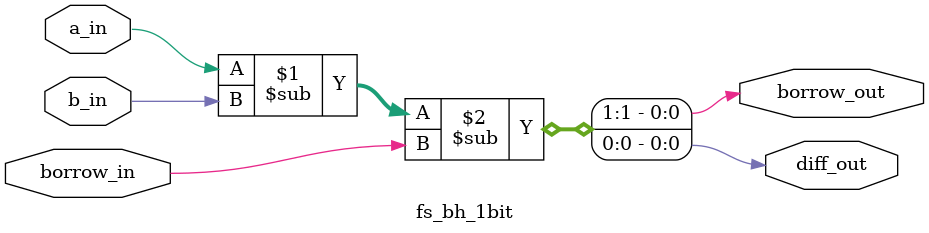
<source format=v>
module fs_bh_1bit (input a_in,b_in,borrow_in, output diff_out, borrow_out);

assign {borrow_out, diff_out} = a_in - b_in - borrow_in;

endmodule



</source>
